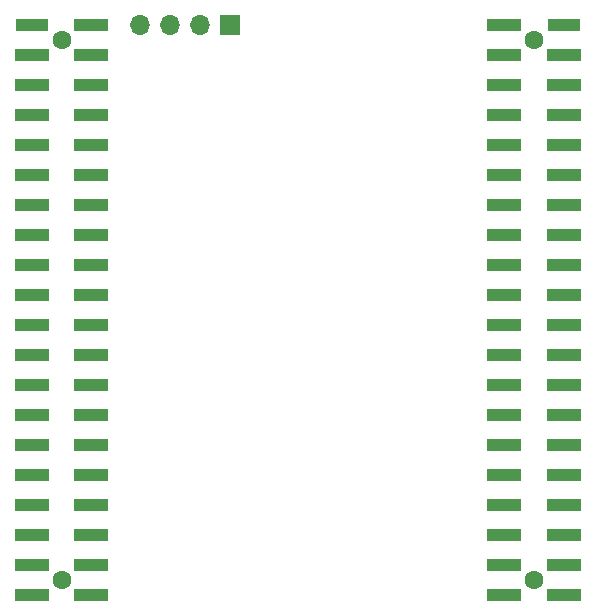
<source format=gbr>
G04 #@! TF.GenerationSoftware,KiCad,Pcbnew,8.0.6-8.0.6-0~ubuntu24.04.1*
G04 #@! TF.CreationDate,2024-11-04T16:08:50-05:00*
G04 #@! TF.ProjectId,breakout-tt06-qfn,62726561-6b6f-4757-942d-747430362d71,1.1*
G04 #@! TF.SameCoordinates,PX2b64660PY42c1d80*
G04 #@! TF.FileFunction,Soldermask,Bot*
G04 #@! TF.FilePolarity,Negative*
%FSLAX46Y46*%
G04 Gerber Fmt 4.6, Leading zero omitted, Abs format (unit mm)*
G04 Created by KiCad (PCBNEW 8.0.6-8.0.6-0~ubuntu24.04.1) date 2024-11-04 16:08:50*
%MOMM*%
%LPD*%
G01*
G04 APERTURE LIST*
%ADD10R,1.700000X1.700000*%
%ADD11O,1.700000X1.700000*%
%ADD12C,1.600000*%
%ADD13R,3.000000X1.000000*%
%ADD14R,2.800000X1.000000*%
G04 APERTURE END LIST*
D10*
X19250000Y50200000D03*
D11*
X16710000Y50200000D03*
X14170000Y50200000D03*
X11630000Y50200000D03*
D12*
X45000000Y3140000D03*
X45000000Y48860000D03*
D13*
X42480000Y50130000D03*
D14*
X47520000Y50130000D03*
D13*
X42480000Y47590000D03*
X47520000Y47590000D03*
X42480000Y45050000D03*
X47520000Y45050000D03*
X42480000Y42510000D03*
X47520000Y42510000D03*
X42480000Y39970000D03*
X47520000Y39970000D03*
X42480000Y37430000D03*
X47520000Y37430000D03*
X42480000Y34890000D03*
X47520000Y34890000D03*
X42480000Y32350000D03*
X47520000Y32350000D03*
X42480000Y29810000D03*
X47520000Y29810000D03*
X42480000Y27270000D03*
X47520000Y27270000D03*
X42480000Y24730000D03*
X47520000Y24730000D03*
X42480000Y22190000D03*
X47520000Y22190000D03*
X42480000Y19650000D03*
X47520000Y19650000D03*
X42480000Y17110000D03*
X47520000Y17110000D03*
X42480000Y14570000D03*
X47520000Y14570000D03*
X42480000Y12030000D03*
X47520000Y12030000D03*
X42480000Y9490000D03*
X47520000Y9490000D03*
X42480000Y6950000D03*
X47520000Y6950000D03*
X42480000Y4410000D03*
X47520000Y4410000D03*
X42480000Y1870000D03*
X47520000Y1870000D03*
D12*
X5000000Y3140000D03*
X5000000Y48860000D03*
D14*
X2480000Y50130000D03*
D13*
X7520000Y50130000D03*
X2480000Y47590000D03*
X7520000Y47590000D03*
X2480000Y45050000D03*
X7520000Y45050000D03*
X2480000Y42510000D03*
X7520000Y42510000D03*
X2480000Y39970000D03*
X7520000Y39970000D03*
X2480000Y37430000D03*
X7520000Y37430000D03*
X2480000Y34890000D03*
X7520000Y34890000D03*
X2480000Y32350000D03*
X7520000Y32350000D03*
X2480000Y29810000D03*
X7520000Y29810000D03*
X2480000Y27270000D03*
X7520000Y27270000D03*
X2480000Y24730000D03*
X7520000Y24730000D03*
X2480000Y22190000D03*
X7520000Y22190000D03*
X2480000Y19650000D03*
X7520000Y19650000D03*
X2480000Y17110000D03*
X7520000Y17110000D03*
X2480000Y14570000D03*
X7520000Y14570000D03*
X2480000Y12030000D03*
X7520000Y12030000D03*
X2480000Y9490000D03*
X7520000Y9490000D03*
X2480000Y6950000D03*
X7520000Y6950000D03*
X2480000Y4410000D03*
X7520000Y4410000D03*
X2480000Y1870000D03*
X7520000Y1870000D03*
M02*

</source>
